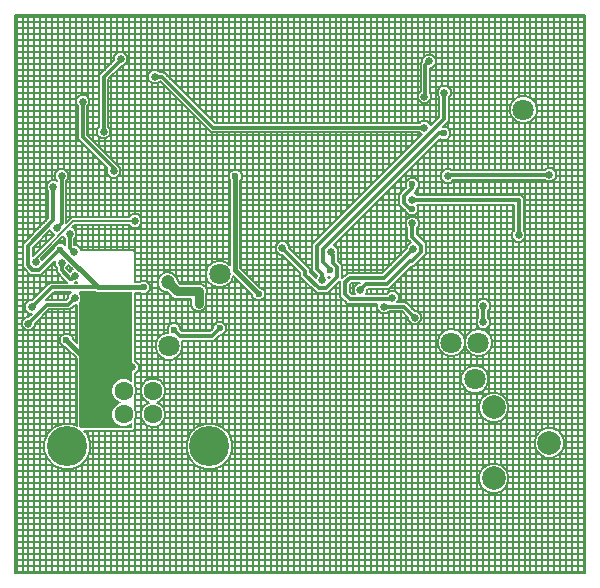
<source format=gbr>
G04 EAGLE Gerber RS-274X export*
G75*
%MOMM*%
%FSLAX34Y34*%
%LPD*%
%INBottom Copper*%
%IPPOS*%
%AMOC8*
5,1,8,0,0,1.08239X$1,22.5*%
G01*
%ADD10C,3.400000*%
%ADD11C,1.600000*%
%ADD12C,2.000000*%
%ADD13C,1.800000*%
%ADD14C,0.650000*%
%ADD15C,0.355000*%
%ADD16C,0.600000*%
%ADD17C,0.380000*%
%ADD18C,0.400000*%
%ADD19C,0.330000*%
%ADD20C,0.370000*%
%ADD21C,0.300000*%
%ADD22C,0.350000*%
%ADD23C,1.200000*%
%ADD24C,0.800000*%
%ADD25C,0.160000*%
%ADD26C,0.320000*%

G36*
X102005Y126202D02*
X102005Y126202D01*
X102010Y126201D01*
X102130Y126222D01*
X102249Y126241D01*
X102253Y126243D01*
X102259Y126244D01*
X102366Y126301D01*
X102473Y126356D01*
X102477Y126359D01*
X102481Y126362D01*
X102564Y126448D01*
X102650Y126535D01*
X102653Y126540D01*
X102656Y126544D01*
X102708Y126652D01*
X102763Y126761D01*
X102763Y126766D01*
X102766Y126771D01*
X102799Y127000D01*
X102799Y129892D01*
X102789Y129957D01*
X102788Y130023D01*
X102769Y130081D01*
X102760Y130141D01*
X102729Y130200D01*
X102708Y130262D01*
X102672Y130311D01*
X102644Y130365D01*
X102597Y130412D01*
X102558Y130465D01*
X102508Y130500D01*
X102465Y130542D01*
X102406Y130572D01*
X102352Y130610D01*
X102294Y130628D01*
X102239Y130655D01*
X102174Y130664D01*
X102111Y130684D01*
X102050Y130683D01*
X101990Y130691D01*
X101925Y130680D01*
X101859Y130679D01*
X101802Y130659D01*
X101741Y130649D01*
X101683Y130618D01*
X101621Y130596D01*
X101568Y130557D01*
X101519Y130530D01*
X101483Y130493D01*
X101435Y130457D01*
X100938Y129961D01*
X97410Y128499D01*
X93590Y128499D01*
X90062Y129961D01*
X87361Y132662D01*
X85899Y136190D01*
X85899Y140010D01*
X87361Y143538D01*
X90062Y146239D01*
X92772Y147362D01*
X92828Y147396D01*
X92889Y147422D01*
X92934Y147462D01*
X92986Y147494D01*
X93029Y147544D01*
X93079Y147587D01*
X93110Y147639D01*
X93149Y147686D01*
X93174Y147747D01*
X93208Y147804D01*
X93221Y147863D01*
X93244Y147919D01*
X93249Y147985D01*
X93263Y148049D01*
X93258Y148110D01*
X93262Y148171D01*
X93246Y148235D01*
X93239Y148300D01*
X93215Y148356D01*
X93200Y148415D01*
X93165Y148471D01*
X93139Y148531D01*
X93098Y148577D01*
X93065Y148628D01*
X93015Y148670D01*
X92971Y148719D01*
X92914Y148753D01*
X92871Y148789D01*
X92823Y148808D01*
X92772Y148838D01*
X90062Y149961D01*
X87361Y152662D01*
X85899Y156190D01*
X85899Y160010D01*
X87361Y163538D01*
X90062Y166239D01*
X93590Y167701D01*
X97410Y167701D01*
X100938Y166239D01*
X101435Y165743D01*
X101488Y165704D01*
X101535Y165658D01*
X101590Y165630D01*
X101639Y165595D01*
X101702Y165575D01*
X101761Y165545D01*
X101821Y165536D01*
X101879Y165518D01*
X101945Y165518D01*
X102010Y165509D01*
X102070Y165519D01*
X102131Y165519D01*
X102194Y165540D01*
X102259Y165551D01*
X102312Y165580D01*
X102370Y165599D01*
X102423Y165639D01*
X102481Y165670D01*
X102523Y165713D01*
X102572Y165750D01*
X102610Y165804D01*
X102656Y165851D01*
X102682Y165906D01*
X102718Y165956D01*
X102737Y166019D01*
X102766Y166078D01*
X102775Y166144D01*
X102792Y166197D01*
X102791Y166248D01*
X102799Y166308D01*
X102799Y241200D01*
X102798Y241205D01*
X102799Y241210D01*
X102778Y241330D01*
X102760Y241449D01*
X102757Y241453D01*
X102756Y241459D01*
X102699Y241566D01*
X102644Y241673D01*
X102641Y241677D01*
X102638Y241681D01*
X102552Y241764D01*
X102465Y241850D01*
X102460Y241853D01*
X102457Y241856D01*
X102348Y241908D01*
X102239Y241963D01*
X102234Y241963D01*
X102230Y241966D01*
X102000Y241999D01*
X72609Y241999D01*
X72593Y242015D01*
X72535Y242057D01*
X72484Y242106D01*
X72434Y242130D01*
X72388Y242163D01*
X72321Y242185D01*
X72257Y242216D01*
X72197Y242224D01*
X72148Y242240D01*
X72093Y242240D01*
X72027Y242249D01*
X59000Y242249D01*
X58995Y242248D01*
X58990Y242249D01*
X58870Y242228D01*
X58751Y242210D01*
X58747Y242207D01*
X58741Y242206D01*
X58634Y242149D01*
X58527Y242094D01*
X58523Y242091D01*
X58519Y242088D01*
X58436Y242002D01*
X58350Y241915D01*
X58347Y241910D01*
X58344Y241907D01*
X58292Y241798D01*
X58237Y241689D01*
X58237Y241684D01*
X58234Y241680D01*
X58201Y241450D01*
X58201Y239565D01*
X58212Y239495D01*
X58213Y239424D01*
X58232Y239372D01*
X58241Y239316D01*
X58273Y239253D01*
X58296Y239186D01*
X58332Y239138D01*
X58356Y239092D01*
X58395Y239053D01*
X58435Y239000D01*
X58851Y238584D01*
X58851Y234566D01*
X58435Y234150D01*
X58393Y234092D01*
X58344Y234041D01*
X58320Y233991D01*
X58287Y233946D01*
X58265Y233878D01*
X58234Y233814D01*
X58226Y233755D01*
X58210Y233706D01*
X58210Y233650D01*
X58201Y233585D01*
X58201Y127236D01*
X58212Y127166D01*
X58213Y127095D01*
X58232Y127042D01*
X58241Y126987D01*
X58273Y126924D01*
X58296Y126857D01*
X58332Y126808D01*
X58356Y126763D01*
X58395Y126723D01*
X58435Y126671D01*
X58671Y126435D01*
X58728Y126393D01*
X58779Y126344D01*
X58829Y126320D01*
X58875Y126287D01*
X58942Y126265D01*
X59006Y126234D01*
X59066Y126226D01*
X59115Y126210D01*
X59170Y126210D01*
X59236Y126201D01*
X102000Y126201D01*
X102005Y126202D01*
G37*
D10*
X47800Y111000D03*
X168200Y111000D03*
D11*
X95500Y138100D03*
X120500Y138100D03*
X95500Y158100D03*
X120500Y158100D03*
D12*
X456000Y114000D03*
X409000Y144000D03*
X409000Y84000D03*
D13*
X393000Y168000D03*
X396000Y199000D03*
X373000Y199000D03*
X434000Y396000D03*
X134000Y196000D03*
X177000Y257000D03*
D14*
X370000Y340000D03*
D15*
X371000Y341000D02*
X456000Y341000D01*
X371000Y341000D02*
X370000Y340000D01*
D14*
X456000Y341000D03*
D16*
X339750Y312150D03*
D17*
X340000Y332900D02*
X339900Y333000D01*
D16*
X339900Y333000D03*
D17*
X340000Y332900D02*
X340000Y329546D01*
X333250Y322796D01*
X338650Y313250D02*
X339750Y312150D01*
X338650Y313250D02*
X337204Y313250D01*
X333250Y317204D01*
X333250Y322796D01*
D14*
X340000Y320000D03*
D15*
X430000Y320000D01*
X430000Y290000D01*
D14*
X430000Y290000D03*
X340887Y278267D03*
X323000Y237050D03*
D17*
X287098Y253805D02*
X283290Y249997D01*
X283290Y239650D02*
X286891Y236050D01*
X283290Y239650D02*
X283290Y249997D01*
X287098Y253805D02*
X316424Y253805D01*
X340887Y278267D01*
X323000Y237050D02*
X322000Y236050D01*
X286891Y236050D01*
D16*
X210000Y240000D03*
X190000Y340000D03*
D18*
X190000Y260000D02*
X210000Y240000D01*
X190000Y260000D02*
X190000Y340000D01*
D14*
X230000Y278975D03*
D17*
X261054Y244950D02*
X266646Y244950D01*
X276500Y262692D02*
X273000Y266192D01*
X249450Y259525D02*
X249450Y256554D01*
X261054Y244950D01*
X266646Y244950D02*
X276500Y254804D01*
X276500Y262692D01*
X249450Y259525D02*
X230000Y278975D01*
X272395Y273605D02*
X273000Y273000D01*
X272395Y274605D02*
X271395Y275605D01*
X272395Y274605D02*
X272395Y273605D01*
D14*
X271395Y275605D03*
D17*
X273000Y273000D02*
X273000Y266192D01*
D14*
X400000Y216250D03*
X400000Y230000D03*
D17*
X400000Y216250D01*
D14*
X316000Y229300D03*
X342000Y220000D03*
D19*
X332700Y229300D02*
X316000Y229300D01*
X332700Y229300D02*
X342000Y220000D01*
D14*
X340000Y300000D03*
X296000Y243700D03*
D17*
X347637Y275471D02*
X347637Y281063D01*
X340000Y288701D01*
X347637Y275471D02*
X340000Y267834D01*
X318661Y248404D02*
X300704Y248404D01*
X338091Y267834D02*
X340000Y267834D01*
X338091Y267834D02*
X318661Y248404D01*
D20*
X340000Y288701D02*
X340000Y300000D01*
D15*
X300704Y248404D02*
X296000Y243700D01*
D16*
X270000Y260000D03*
X366900Y376100D03*
D17*
X362344Y376100D01*
X264645Y278401D01*
X270000Y261556D02*
X270000Y260000D01*
X264645Y266911D02*
X264645Y278401D01*
X264645Y266911D02*
X270000Y261556D01*
D14*
X263850Y251700D03*
X367000Y410600D03*
D17*
X367000Y388393D01*
X259245Y280638D01*
X263850Y256958D02*
X263850Y251700D01*
X259245Y261562D02*
X259245Y280638D01*
X259245Y261562D02*
X263850Y256958D01*
D14*
X354000Y437000D03*
D21*
X351000Y434000D01*
X351000Y408000D01*
X350227Y407227D01*
D14*
X350227Y407227D03*
X53487Y275900D03*
D21*
X50000Y279387D01*
D14*
X50000Y291000D03*
X78561Y377439D03*
D21*
X78561Y423561D01*
X93000Y438000D02*
X93000Y439000D01*
D14*
X93000Y439000D03*
D21*
X50000Y291000D02*
X50000Y279387D01*
X78561Y423561D02*
X93000Y438000D01*
D14*
X350031Y380969D03*
D21*
X171031Y380969D01*
X128000Y424000D01*
X122000Y424000D01*
D14*
X122000Y424000D03*
D16*
X42100Y277600D03*
X112413Y245600D03*
D18*
X74100Y245600D01*
X42100Y277600D01*
D14*
X18000Y229000D03*
D22*
X34600Y245600D01*
X74100Y245600D01*
X23734Y260400D02*
X18266Y260400D01*
X14400Y264266D01*
X40934Y277600D02*
X42100Y277600D01*
X36000Y302324D02*
X36000Y331000D01*
X40934Y277600D02*
X23734Y260400D01*
X14400Y264266D02*
X14400Y280724D01*
X36000Y302324D01*
D14*
X36000Y331000D03*
D16*
X177000Y211000D03*
D15*
X170300Y204300D01*
X143700Y204300D01*
X138225Y209775D01*
X138225Y209875D01*
D16*
X138225Y209875D03*
X47000Y201000D03*
D14*
X103000Y178000D03*
D18*
X70000Y178000D01*
X47000Y201000D01*
D23*
X133000Y250000D03*
D24*
X140500Y242500D01*
X159500Y242500D01*
D14*
X159000Y232000D03*
D24*
X159000Y242000D01*
X159500Y242500D01*
D25*
X50885Y241450D02*
X36319Y241450D01*
X48350Y238915D02*
X50885Y241450D01*
X48350Y238915D02*
X48350Y236582D01*
X46768Y235000D01*
X29869Y235000D01*
X36319Y241450D01*
X287590Y241431D02*
X287590Y248216D01*
X288879Y249505D01*
X295900Y249505D01*
X295746Y249350D01*
X293660Y249350D01*
X290350Y246040D01*
X290350Y241360D01*
X291360Y240350D01*
X288672Y240350D01*
X287590Y241431D01*
X270215Y254600D02*
X269500Y253885D01*
X269500Y254040D01*
X268940Y254600D01*
X270215Y254600D01*
X46100Y286910D02*
X44350Y288660D01*
X46100Y286910D02*
X46100Y281237D01*
X44337Y283000D01*
X39863Y283000D01*
X36700Y279837D01*
X36700Y279235D01*
X26650Y269185D01*
X26650Y269340D01*
X25758Y270232D01*
X44350Y288825D01*
X44350Y288660D01*
X19675Y273200D02*
X19125Y272650D01*
X18660Y272650D01*
X18550Y272540D01*
X18550Y279005D01*
X33450Y293905D01*
X33450Y293750D01*
X36760Y290440D01*
X36915Y290440D01*
X19675Y273200D01*
X54407Y249750D02*
X55800Y249750D01*
X54513Y249856D02*
X54407Y249750D01*
X54513Y249856D02*
X55800Y249856D01*
X55800Y249750D01*
X46974Y261983D02*
X48624Y263633D01*
X48624Y264854D01*
X52321Y261156D01*
X52166Y261156D01*
X49833Y258824D01*
X46974Y261683D01*
X46974Y261983D01*
X3800Y3800D02*
X486200Y3800D01*
X3800Y3800D02*
X3800Y476200D01*
X486200Y476200D01*
X486200Y3800D01*
X66650Y400660D02*
X66650Y405340D01*
X63340Y408650D01*
X58660Y408650D01*
X55350Y405340D01*
X55350Y400660D01*
X57100Y398910D01*
X57100Y371385D01*
X81747Y346737D01*
X81350Y346340D01*
X81350Y341660D01*
X84660Y338350D01*
X89340Y338350D01*
X92650Y341660D01*
X92650Y346340D01*
X90900Y348090D01*
X90900Y348615D01*
X64900Y374615D01*
X64900Y398910D01*
X66650Y400660D01*
X48650Y342340D02*
X48650Y337660D01*
X48650Y342340D02*
X45340Y345650D01*
X40660Y345650D01*
X37350Y342340D01*
X37350Y337660D01*
X39000Y336010D01*
X39000Y335990D01*
X38340Y336650D01*
X33660Y336650D01*
X30350Y333340D01*
X30350Y328660D01*
X31850Y327160D01*
X31850Y304043D01*
X10250Y282443D01*
X10250Y262547D01*
X12681Y260116D01*
X16547Y256250D01*
X25453Y256250D01*
X37324Y268121D01*
X37324Y263633D01*
X38974Y261983D01*
X38974Y258370D01*
X46000Y251343D01*
X47593Y249750D01*
X32881Y249750D01*
X30450Y247319D01*
X17781Y234650D01*
X15660Y234650D01*
X12350Y231340D01*
X12350Y226660D01*
X15660Y223350D01*
X17693Y223350D01*
X14993Y220650D01*
X12660Y220650D01*
X9350Y217340D01*
X9350Y212660D01*
X12660Y209350D01*
X17340Y209350D01*
X20650Y212660D01*
X20650Y214993D01*
X32657Y227000D01*
X50082Y227000D01*
X52425Y229343D01*
X54007Y230925D01*
X55800Y230925D01*
X55800Y198422D01*
X52400Y201823D01*
X52400Y203237D01*
X49237Y206400D01*
X44763Y206400D01*
X41600Y203237D01*
X41600Y198763D01*
X44763Y195600D01*
X46177Y195600D01*
X55800Y185977D01*
X55800Y128685D01*
X51659Y130400D01*
X43941Y130400D01*
X36811Y127447D01*
X31353Y121989D01*
X28400Y114859D01*
X28400Y107141D01*
X31353Y100011D01*
X36811Y94553D01*
X43941Y91600D01*
X51659Y91600D01*
X58789Y94553D01*
X64247Y100011D01*
X67200Y107141D01*
X67200Y114859D01*
X64247Y121989D01*
X62436Y123800D01*
X103325Y123800D01*
X105200Y125675D01*
X105200Y134341D01*
X105900Y136031D01*
X105900Y140169D01*
X105200Y141859D01*
X105200Y154341D01*
X105900Y156031D01*
X105900Y160169D01*
X105200Y161859D01*
X105200Y172350D01*
X105340Y172350D01*
X108650Y175660D01*
X108650Y180340D01*
X105340Y183650D01*
X105200Y183650D01*
X105200Y241200D01*
X109176Y241200D01*
X110176Y240200D01*
X114650Y240200D01*
X117813Y243363D01*
X117813Y247837D01*
X114650Y251000D01*
X110176Y251000D01*
X109176Y250000D01*
X105200Y250000D01*
X105200Y275325D01*
X103325Y277200D01*
X59137Y277200D01*
X59137Y278240D01*
X55828Y281550D01*
X53900Y281550D01*
X53900Y286910D01*
X55650Y288660D01*
X55650Y293340D01*
X52340Y296650D01*
X52175Y296650D01*
X54325Y298800D01*
X100210Y298800D01*
X102660Y296350D01*
X107340Y296350D01*
X110650Y299660D01*
X110650Y304340D01*
X107340Y307650D01*
X102660Y307650D01*
X100210Y305200D01*
X51675Y305200D01*
X47000Y300525D01*
X47000Y336010D01*
X48650Y337660D01*
X140121Y254758D02*
X141400Y251671D01*
X140121Y254758D02*
X137758Y257121D01*
X134671Y258400D01*
X131329Y258400D01*
X128242Y257121D01*
X125879Y254758D01*
X124600Y251671D01*
X124600Y248329D01*
X125879Y245242D01*
X128242Y242879D01*
X131329Y241600D01*
X132349Y241600D01*
X135074Y238875D01*
X136875Y237074D01*
X139227Y236100D01*
X152600Y236100D01*
X152600Y230727D01*
X153574Y228375D01*
X155375Y226574D01*
X157727Y225600D01*
X160273Y225600D01*
X162625Y226574D01*
X164426Y228375D01*
X165400Y230727D01*
X165400Y240020D01*
X165900Y241227D01*
X165900Y243773D01*
X164926Y246125D01*
X163125Y247926D01*
X160773Y248900D01*
X143151Y248900D01*
X141400Y250651D01*
X141400Y251671D01*
X359650Y434660D02*
X359650Y439340D01*
X356340Y442650D01*
X351660Y442650D01*
X348350Y439340D01*
X348350Y436865D01*
X347100Y435615D01*
X347100Y412090D01*
X344577Y409567D01*
X344577Y404887D01*
X347887Y401577D01*
X352567Y401577D01*
X355877Y404887D01*
X355877Y409567D01*
X354900Y410544D01*
X354900Y431350D01*
X356340Y431350D01*
X359650Y434660D01*
X215400Y242237D02*
X215400Y237763D01*
X215400Y242237D02*
X212237Y245400D01*
X210823Y245400D01*
X194400Y261823D01*
X194400Y336763D01*
X195400Y337763D01*
X195400Y342237D01*
X192237Y345400D01*
X187763Y345400D01*
X184600Y342237D01*
X184600Y337763D01*
X185600Y336763D01*
X185600Y264522D01*
X183458Y266664D01*
X179268Y268400D01*
X174732Y268400D01*
X170542Y266664D01*
X167336Y263458D01*
X165600Y259268D01*
X165600Y254732D01*
X167336Y250542D01*
X170542Y247336D01*
X174732Y245600D01*
X179268Y245600D01*
X183458Y247336D01*
X186664Y250542D01*
X188400Y254732D01*
X188400Y255378D01*
X204600Y239177D01*
X204600Y237763D01*
X207763Y234600D01*
X212237Y234600D01*
X215400Y237763D01*
X187600Y114859D02*
X187600Y107141D01*
X187600Y114859D02*
X184647Y121989D01*
X179189Y127447D01*
X172059Y130400D01*
X164341Y130400D01*
X157211Y127447D01*
X151753Y121989D01*
X148800Y114859D01*
X148800Y107141D01*
X151753Y100011D01*
X157211Y94553D01*
X164341Y91600D01*
X172059Y91600D01*
X179189Y94553D01*
X184647Y100011D01*
X187600Y107141D01*
X130900Y136031D02*
X130900Y140169D01*
X129317Y143991D01*
X126391Y146917D01*
X123534Y148100D01*
X126391Y149283D01*
X129317Y152209D01*
X130900Y156031D01*
X130900Y160169D01*
X129317Y163991D01*
X126391Y166917D01*
X122569Y168500D01*
X118431Y168500D01*
X114609Y166917D01*
X111683Y163991D01*
X110100Y160169D01*
X110100Y156031D01*
X111683Y152209D01*
X114609Y149283D01*
X117466Y148100D01*
X114609Y146917D01*
X111683Y143991D01*
X110100Y140169D01*
X110100Y136031D01*
X111683Y132209D01*
X114609Y129283D01*
X118431Y127700D01*
X122569Y127700D01*
X126391Y129283D01*
X129317Y132209D01*
X130900Y136031D01*
X468400Y116467D02*
X468400Y111533D01*
X468400Y116467D02*
X466512Y121024D01*
X463024Y124512D01*
X458467Y126400D01*
X453533Y126400D01*
X448976Y124512D01*
X445488Y121024D01*
X443600Y116467D01*
X443600Y111533D01*
X445488Y106976D01*
X448976Y103488D01*
X453533Y101600D01*
X458467Y101600D01*
X463024Y103488D01*
X466512Y106976D01*
X468400Y111533D01*
X421400Y141533D02*
X421400Y146467D01*
X419512Y151024D01*
X416024Y154512D01*
X411467Y156400D01*
X406533Y156400D01*
X401976Y154512D01*
X398488Y151024D01*
X396600Y146467D01*
X396600Y141533D01*
X398488Y136976D01*
X401976Y133488D01*
X406533Y131600D01*
X411467Y131600D01*
X416024Y133488D01*
X419512Y136976D01*
X421400Y141533D01*
X421400Y86467D02*
X421400Y81533D01*
X421400Y86467D02*
X419512Y91024D01*
X416024Y94512D01*
X411467Y96400D01*
X406533Y96400D01*
X401976Y94512D01*
X398488Y91024D01*
X396600Y86467D01*
X396600Y81533D01*
X398488Y76976D01*
X401976Y73488D01*
X406533Y71600D01*
X411467Y71600D01*
X416024Y73488D01*
X419512Y76976D01*
X421400Y81533D01*
X404400Y165732D02*
X404400Y170268D01*
X402664Y174458D01*
X399458Y177664D01*
X395268Y179400D01*
X390732Y179400D01*
X386542Y177664D01*
X383336Y174458D01*
X381600Y170268D01*
X381600Y165732D01*
X383336Y161542D01*
X386542Y158336D01*
X390732Y156600D01*
X395268Y156600D01*
X399458Y158336D01*
X402664Y161542D01*
X404400Y165732D01*
X407400Y196732D02*
X407400Y201268D01*
X405664Y205458D01*
X402458Y208664D01*
X398268Y210400D01*
X393732Y210400D01*
X389542Y208664D01*
X386336Y205458D01*
X384600Y201268D01*
X384600Y196732D01*
X386336Y192542D01*
X389542Y189336D01*
X393732Y187600D01*
X398268Y187600D01*
X402458Y189336D01*
X405664Y192542D01*
X407400Y196732D01*
X384400Y196732D02*
X384400Y201268D01*
X382664Y205458D01*
X379458Y208664D01*
X375268Y210400D01*
X370732Y210400D01*
X366542Y208664D01*
X363336Y205458D01*
X361600Y201268D01*
X361600Y196732D01*
X363336Y192542D01*
X366542Y189336D01*
X370732Y187600D01*
X375268Y187600D01*
X379458Y189336D01*
X382664Y192542D01*
X384400Y196732D01*
X445400Y393732D02*
X445400Y398268D01*
X443664Y402458D01*
X440458Y405664D01*
X436268Y407400D01*
X431732Y407400D01*
X427542Y405664D01*
X424336Y402458D01*
X422600Y398268D01*
X422600Y393732D01*
X424336Y389542D01*
X427542Y386336D01*
X431732Y384600D01*
X436268Y384600D01*
X440458Y386336D01*
X443664Y389542D01*
X445400Y393732D01*
X145400Y198268D02*
X145400Y193732D01*
X145400Y198268D02*
X144631Y200125D01*
X172029Y200125D01*
X174475Y202571D01*
X177504Y205600D01*
X179237Y205600D01*
X182400Y208763D01*
X182400Y213237D01*
X179237Y216400D01*
X174763Y216400D01*
X171600Y213237D01*
X171600Y211504D01*
X168571Y208475D01*
X145429Y208475D01*
X143625Y210279D01*
X143625Y212112D01*
X140462Y215275D01*
X135988Y215275D01*
X132825Y212112D01*
X132825Y207638D01*
X133063Y207400D01*
X131732Y207400D01*
X127542Y205664D01*
X124336Y202458D01*
X122600Y198268D01*
X122600Y193732D01*
X124336Y189542D01*
X127542Y186336D01*
X131732Y184600D01*
X136268Y184600D01*
X140458Y186336D01*
X143664Y189542D01*
X145400Y193732D01*
X367660Y345650D02*
X372340Y345650D01*
X367660Y345650D02*
X364350Y342340D01*
X364350Y337660D01*
X367660Y334350D01*
X372340Y334350D01*
X374815Y336825D01*
X452185Y336825D01*
X453660Y335350D01*
X458340Y335350D01*
X461650Y338660D01*
X461650Y343340D01*
X458340Y346650D01*
X453660Y346650D01*
X452185Y345175D01*
X372815Y345175D01*
X372340Y345650D01*
X345300Y335237D02*
X345300Y330763D01*
X345300Y335237D02*
X342137Y338400D01*
X337663Y338400D01*
X334500Y335237D01*
X334500Y330763D01*
X334818Y330445D01*
X331469Y327096D01*
X328950Y324577D01*
X328950Y315423D01*
X331469Y312904D01*
X334350Y310023D01*
X334350Y309913D01*
X337513Y306750D01*
X341987Y306750D01*
X345150Y309913D01*
X345150Y314387D01*
X343763Y315773D01*
X343815Y315825D01*
X425825Y315825D01*
X425825Y293815D01*
X424350Y292340D01*
X424350Y287660D01*
X427660Y284350D01*
X432340Y284350D01*
X435650Y287660D01*
X435650Y292340D01*
X434175Y293815D01*
X434175Y321729D01*
X431729Y324175D01*
X343815Y324175D01*
X342340Y325650D01*
X342185Y325650D01*
X344300Y327765D01*
X344300Y329763D01*
X345300Y330763D01*
X349418Y271171D02*
X349418Y271171D01*
X351937Y273690D01*
X351937Y282844D01*
X344250Y290532D01*
X344250Y296260D01*
X345650Y297660D01*
X345650Y302340D01*
X342340Y305650D01*
X337660Y305650D01*
X334350Y302340D01*
X334350Y297660D01*
X335750Y296260D01*
X335750Y290532D01*
X335700Y290482D01*
X335700Y286919D01*
X338702Y283917D01*
X338547Y283917D01*
X335237Y280608D01*
X335237Y278698D01*
X314643Y258104D01*
X285317Y258104D01*
X282798Y255586D01*
X282798Y255586D01*
X281509Y254297D01*
X281509Y254297D01*
X280800Y253588D01*
X280800Y264474D01*
X278281Y266992D01*
X277300Y267974D01*
X277300Y274781D01*
X277045Y275036D01*
X277045Y277945D01*
X273735Y281255D01*
X273580Y281255D01*
X363844Y371519D01*
X364663Y370700D01*
X369137Y370700D01*
X372300Y373863D01*
X372300Y378337D01*
X369137Y381500D01*
X366188Y381500D01*
X371300Y386611D01*
X371300Y406910D01*
X372650Y408260D01*
X372650Y412940D01*
X369340Y416250D01*
X364660Y416250D01*
X361350Y412940D01*
X361350Y408260D01*
X362700Y406910D01*
X362700Y390174D01*
X355681Y383154D01*
X355681Y383310D01*
X352371Y386619D01*
X347690Y386619D01*
X345940Y384869D01*
X172646Y384869D01*
X131900Y425615D01*
X131900Y425615D01*
X129615Y427900D01*
X126090Y427900D01*
X124340Y429650D01*
X119660Y429650D01*
X116350Y426340D01*
X116350Y421660D01*
X119660Y418350D01*
X124340Y418350D01*
X126090Y420100D01*
X126385Y420100D01*
X167131Y379354D01*
X167131Y379354D01*
X169415Y377069D01*
X345940Y377069D01*
X347690Y375319D01*
X347846Y375319D01*
X257464Y284938D01*
X254945Y282419D01*
X254945Y259781D01*
X259443Y255283D01*
X258200Y254040D01*
X258200Y253885D01*
X253750Y258335D01*
X253750Y261306D01*
X235650Y279406D01*
X235650Y281315D01*
X232340Y284625D01*
X227660Y284625D01*
X224350Y281315D01*
X224350Y276635D01*
X227660Y273325D01*
X229569Y273325D01*
X245150Y257744D01*
X245150Y254773D01*
X259273Y240650D01*
X268427Y240650D01*
X278281Y250504D01*
X278990Y251213D01*
X278990Y237869D01*
X281509Y235350D01*
X282591Y234269D01*
X282591Y234269D01*
X285109Y231750D01*
X310460Y231750D01*
X310350Y231640D01*
X310350Y226960D01*
X313660Y223650D01*
X318340Y223650D01*
X319940Y225250D01*
X331022Y225250D01*
X336350Y219922D01*
X336350Y217660D01*
X339660Y214350D01*
X344340Y214350D01*
X347650Y217660D01*
X347650Y222340D01*
X344340Y225650D01*
X342078Y225650D01*
X334378Y233350D01*
X327290Y233350D01*
X328650Y234710D01*
X328650Y239390D01*
X325340Y242700D01*
X320660Y242700D01*
X318310Y240350D01*
X300640Y240350D01*
X301650Y241360D01*
X301650Y243446D01*
X302309Y244104D01*
X320442Y244104D01*
X339872Y263534D01*
X341781Y263534D01*
X344300Y266053D01*
X344300Y266053D01*
X349418Y271171D01*
X405650Y232340D02*
X405650Y227660D01*
X405650Y232340D02*
X402340Y235650D01*
X397660Y235650D01*
X394350Y232340D01*
X394350Y227660D01*
X395700Y226310D01*
X395700Y219940D01*
X394350Y218590D01*
X394350Y213910D01*
X397660Y210600D01*
X402340Y210600D01*
X405650Y213910D01*
X405650Y218590D01*
X404300Y219940D01*
X404300Y226310D01*
X405650Y227660D01*
X84211Y375099D02*
X84211Y379779D01*
X82461Y381529D01*
X82461Y421945D01*
X93865Y433350D01*
X95340Y433350D01*
X98650Y436660D01*
X98650Y441340D01*
X95340Y444650D01*
X90660Y444650D01*
X87350Y441340D01*
X87350Y437865D01*
X74661Y425176D01*
X74661Y381529D01*
X72911Y379779D01*
X72911Y375099D01*
X76221Y371789D01*
X80901Y371789D01*
X84211Y375099D01*
X3800Y5000D02*
X486200Y5000D01*
X486200Y10000D02*
X3800Y10000D01*
X3800Y15000D02*
X486200Y15000D01*
X486200Y20000D02*
X3800Y20000D01*
X3800Y25000D02*
X486200Y25000D01*
X486200Y30000D02*
X3800Y30000D01*
X3800Y35000D02*
X486200Y35000D01*
X486200Y40000D02*
X3800Y40000D01*
X3800Y45000D02*
X486200Y45000D01*
X486200Y50000D02*
X3800Y50000D01*
X3800Y55000D02*
X486200Y55000D01*
X486200Y60000D02*
X3800Y60000D01*
X3800Y65000D02*
X486200Y65000D01*
X486200Y70000D02*
X3800Y70000D01*
X3800Y75000D02*
X400464Y75000D01*
X417536Y75000D02*
X486200Y75000D01*
X397235Y80000D02*
X3800Y80000D01*
X420765Y80000D02*
X486200Y80000D01*
X396600Y85000D02*
X3800Y85000D01*
X421400Y85000D02*
X486200Y85000D01*
X398064Y90000D02*
X3800Y90000D01*
X419936Y90000D02*
X486200Y90000D01*
X36364Y95000D02*
X3800Y95000D01*
X59236Y95000D02*
X156764Y95000D01*
X179636Y95000D02*
X403154Y95000D01*
X414846Y95000D02*
X486200Y95000D01*
X31364Y100000D02*
X3800Y100000D01*
X64236Y100000D02*
X151764Y100000D01*
X184636Y100000D02*
X486200Y100000D01*
X29287Y105000D02*
X3800Y105000D01*
X66313Y105000D02*
X149687Y105000D01*
X186713Y105000D02*
X447464Y105000D01*
X464536Y105000D02*
X486200Y105000D01*
X28400Y110000D02*
X3800Y110000D01*
X67200Y110000D02*
X148800Y110000D01*
X187600Y110000D02*
X444235Y110000D01*
X467765Y110000D02*
X486200Y110000D01*
X28458Y115000D02*
X3800Y115000D01*
X67142Y115000D02*
X148858Y115000D01*
X187542Y115000D02*
X443600Y115000D01*
X468400Y115000D02*
X486200Y115000D01*
X30530Y120000D02*
X3800Y120000D01*
X65070Y120000D02*
X150930Y120000D01*
X185470Y120000D02*
X445064Y120000D01*
X466936Y120000D02*
X486200Y120000D01*
X34364Y125000D02*
X3800Y125000D01*
X104525Y125000D02*
X154764Y125000D01*
X181636Y125000D02*
X450154Y125000D01*
X461846Y125000D02*
X486200Y125000D01*
X42975Y130000D02*
X3800Y130000D01*
X52625Y130000D02*
X55800Y130000D01*
X105200Y130000D02*
X113892Y130000D01*
X127108Y130000D02*
X163375Y130000D01*
X173025Y130000D02*
X486200Y130000D01*
X55800Y135000D02*
X3800Y135000D01*
X105473Y135000D02*
X110527Y135000D01*
X130473Y135000D02*
X400464Y135000D01*
X417536Y135000D02*
X486200Y135000D01*
X55800Y140000D02*
X3800Y140000D01*
X105900Y140000D02*
X110100Y140000D01*
X130900Y140000D02*
X397235Y140000D01*
X420765Y140000D02*
X486200Y140000D01*
X55800Y145000D02*
X3800Y145000D01*
X105200Y145000D02*
X112692Y145000D01*
X128308Y145000D02*
X396600Y145000D01*
X421400Y145000D02*
X486200Y145000D01*
X55800Y150000D02*
X3800Y150000D01*
X105200Y150000D02*
X113892Y150000D01*
X127108Y150000D02*
X398064Y150000D01*
X419936Y150000D02*
X486200Y150000D01*
X55800Y155000D02*
X3800Y155000D01*
X105473Y155000D02*
X110527Y155000D01*
X130473Y155000D02*
X403154Y155000D01*
X414846Y155000D02*
X486200Y155000D01*
X55800Y160000D02*
X3800Y160000D01*
X105900Y160000D02*
X110100Y160000D01*
X130900Y160000D02*
X384878Y160000D01*
X401122Y160000D02*
X486200Y160000D01*
X55800Y165000D02*
X3800Y165000D01*
X105200Y165000D02*
X112692Y165000D01*
X128308Y165000D02*
X381903Y165000D01*
X404097Y165000D02*
X486200Y165000D01*
X55800Y170000D02*
X3800Y170000D01*
X105200Y170000D02*
X381600Y170000D01*
X404400Y170000D02*
X486200Y170000D01*
X55800Y175000D02*
X3800Y175000D01*
X107990Y175000D02*
X383878Y175000D01*
X402122Y175000D02*
X486200Y175000D01*
X55800Y180000D02*
X3800Y180000D01*
X108650Y180000D02*
X486200Y180000D01*
X55800Y185000D02*
X3800Y185000D01*
X105200Y185000D02*
X130767Y185000D01*
X137233Y185000D02*
X486200Y185000D01*
X51777Y190000D02*
X3800Y190000D01*
X105200Y190000D02*
X124146Y190000D01*
X143854Y190000D02*
X365878Y190000D01*
X380122Y190000D02*
X388878Y190000D01*
X403122Y190000D02*
X486200Y190000D01*
X46777Y195000D02*
X3800Y195000D01*
X105200Y195000D02*
X122600Y195000D01*
X145400Y195000D02*
X362318Y195000D01*
X383682Y195000D02*
X385318Y195000D01*
X406682Y195000D02*
X486200Y195000D01*
X41600Y200000D02*
X3800Y200000D01*
X54223Y200000D02*
X55800Y200000D01*
X105200Y200000D02*
X123318Y200000D01*
X144682Y200000D02*
X361600Y200000D01*
X384400Y200000D02*
X384600Y200000D01*
X407400Y200000D02*
X486200Y200000D01*
X43363Y205000D02*
X3800Y205000D01*
X50637Y205000D02*
X55800Y205000D01*
X105200Y205000D02*
X126878Y205000D01*
X176904Y205000D02*
X363146Y205000D01*
X382854Y205000D02*
X386146Y205000D01*
X405854Y205000D02*
X486200Y205000D01*
X12010Y210000D02*
X3800Y210000D01*
X17990Y210000D02*
X55800Y210000D01*
X105200Y210000D02*
X132825Y210000D01*
X143904Y210000D02*
X170096Y210000D01*
X182400Y210000D02*
X369767Y210000D01*
X376233Y210000D02*
X392767Y210000D01*
X399233Y210000D02*
X486200Y210000D01*
X9350Y215000D02*
X3800Y215000D01*
X20657Y215000D02*
X55800Y215000D01*
X105200Y215000D02*
X135713Y215000D01*
X140737Y215000D02*
X173363Y215000D01*
X180637Y215000D02*
X339010Y215000D01*
X344990Y215000D02*
X394350Y215000D01*
X405650Y215000D02*
X486200Y215000D01*
X12010Y220000D02*
X3800Y220000D01*
X25657Y220000D02*
X55800Y220000D01*
X105200Y220000D02*
X336272Y220000D01*
X347650Y220000D02*
X395700Y220000D01*
X404300Y220000D02*
X486200Y220000D01*
X14010Y225000D02*
X3800Y225000D01*
X30657Y225000D02*
X55800Y225000D01*
X105200Y225000D02*
X312310Y225000D01*
X319690Y225000D02*
X331272Y225000D01*
X344990Y225000D02*
X395700Y225000D01*
X404300Y225000D02*
X486200Y225000D01*
X12350Y230000D02*
X3800Y230000D01*
X53082Y230000D02*
X55800Y230000D01*
X105200Y230000D02*
X152901Y230000D01*
X165099Y230000D02*
X310350Y230000D01*
X337728Y230000D02*
X394350Y230000D01*
X405650Y230000D02*
X486200Y230000D01*
X18131Y235000D02*
X3800Y235000D01*
X29869Y235000D02*
X46768Y235000D01*
X105200Y235000D02*
X152600Y235000D01*
X165400Y235000D02*
X207363Y235000D01*
X212637Y235000D02*
X281859Y235000D01*
X328650Y235000D02*
X397010Y235000D01*
X402990Y235000D02*
X486200Y235000D01*
X23131Y240000D02*
X3800Y240000D01*
X34869Y240000D02*
X49435Y240000D01*
X105200Y240000D02*
X133949Y240000D01*
X165400Y240000D02*
X203777Y240000D01*
X215400Y240000D02*
X278990Y240000D01*
X328040Y240000D02*
X486200Y240000D01*
X28131Y245000D02*
X3800Y245000D01*
X117813Y245000D02*
X126121Y245000D01*
X165392Y245000D02*
X198777Y245000D01*
X212637Y245000D02*
X254923Y245000D01*
X272777Y245000D02*
X278990Y245000D01*
X287590Y245000D02*
X290350Y245000D01*
X321338Y245000D02*
X486200Y245000D01*
X47343Y250000D02*
X3800Y250000D01*
X105200Y250000D02*
X109176Y250000D01*
X115650Y250000D02*
X124600Y250000D01*
X142051Y250000D02*
X167878Y250000D01*
X186122Y250000D02*
X193777Y250000D01*
X206223Y250000D02*
X249923Y250000D01*
X277777Y250000D02*
X278990Y250000D01*
X326338Y250000D02*
X486200Y250000D01*
X42343Y255000D02*
X3800Y255000D01*
X105200Y255000D02*
X126121Y255000D01*
X139879Y255000D02*
X165600Y255000D01*
X188400Y255000D02*
X188777Y255000D01*
X201223Y255000D02*
X245150Y255000D01*
X257085Y255000D02*
X259160Y255000D01*
X280800Y255000D02*
X282212Y255000D01*
X331338Y255000D02*
X486200Y255000D01*
X12797Y260000D02*
X3800Y260000D01*
X29203Y260000D02*
X38974Y260000D01*
X48657Y260000D02*
X51010Y260000D01*
X105200Y260000D02*
X165903Y260000D01*
X196223Y260000D02*
X242894Y260000D01*
X253750Y260000D02*
X254945Y260000D01*
X280800Y260000D02*
X316539Y260000D01*
X336338Y260000D02*
X486200Y260000D01*
X10250Y265000D02*
X3800Y265000D01*
X34203Y265000D02*
X37324Y265000D01*
X105200Y265000D02*
X168878Y265000D01*
X185122Y265000D02*
X185600Y265000D01*
X194400Y265000D02*
X237894Y265000D01*
X250056Y265000D02*
X254945Y265000D01*
X280274Y265000D02*
X321539Y265000D01*
X343247Y265000D02*
X486200Y265000D01*
X10250Y270000D02*
X3800Y270000D01*
X25990Y270000D02*
X27465Y270000D01*
X105200Y270000D02*
X185600Y270000D01*
X194400Y270000D02*
X232894Y270000D01*
X245056Y270000D02*
X254945Y270000D01*
X277300Y270000D02*
X326539Y270000D01*
X348247Y270000D02*
X486200Y270000D01*
X10250Y275000D02*
X3800Y275000D01*
X18550Y275000D02*
X21475Y275000D01*
X30525Y275000D02*
X32465Y275000D01*
X105200Y275000D02*
X185600Y275000D01*
X194400Y275000D02*
X225985Y275000D01*
X240056Y275000D02*
X254945Y275000D01*
X277081Y275000D02*
X331539Y275000D01*
X351937Y275000D02*
X486200Y275000D01*
X10250Y280000D02*
X3800Y280000D01*
X19545Y280000D02*
X26475Y280000D01*
X35525Y280000D02*
X36863Y280000D01*
X57378Y280000D02*
X185600Y280000D01*
X194400Y280000D02*
X224350Y280000D01*
X235650Y280000D02*
X254945Y280000D01*
X274990Y280000D02*
X335237Y280000D01*
X351937Y280000D02*
X486200Y280000D01*
X12807Y285000D02*
X3800Y285000D01*
X24545Y285000D02*
X31475Y285000D01*
X40525Y285000D02*
X46100Y285000D01*
X53900Y285000D02*
X185600Y285000D01*
X194400Y285000D02*
X257526Y285000D01*
X277325Y285000D02*
X337619Y285000D01*
X349782Y285000D02*
X427010Y285000D01*
X432990Y285000D02*
X486200Y285000D01*
X17807Y290000D02*
X3800Y290000D01*
X29545Y290000D02*
X36475Y290000D01*
X55650Y290000D02*
X185600Y290000D01*
X194400Y290000D02*
X262526Y290000D01*
X282325Y290000D02*
X335700Y290000D01*
X344782Y290000D02*
X424350Y290000D01*
X435650Y290000D02*
X486200Y290000D01*
X22807Y295000D02*
X3800Y295000D01*
X53990Y295000D02*
X185600Y295000D01*
X194400Y295000D02*
X267526Y295000D01*
X287325Y295000D02*
X335750Y295000D01*
X344250Y295000D02*
X425825Y295000D01*
X434175Y295000D02*
X486200Y295000D01*
X27807Y300000D02*
X3800Y300000D01*
X110650Y300000D02*
X185600Y300000D01*
X194400Y300000D02*
X272526Y300000D01*
X292325Y300000D02*
X334350Y300000D01*
X345650Y300000D02*
X425825Y300000D01*
X434175Y300000D02*
X486200Y300000D01*
X31850Y305000D02*
X3800Y305000D01*
X47000Y305000D02*
X51475Y305000D01*
X109990Y305000D02*
X185600Y305000D01*
X194400Y305000D02*
X277526Y305000D01*
X297325Y305000D02*
X337010Y305000D01*
X342990Y305000D02*
X425825Y305000D01*
X434175Y305000D02*
X486200Y305000D01*
X31850Y310000D02*
X3800Y310000D01*
X47000Y310000D02*
X185600Y310000D01*
X194400Y310000D02*
X282526Y310000D01*
X302325Y310000D02*
X334350Y310000D01*
X345150Y310000D02*
X425825Y310000D01*
X434175Y310000D02*
X486200Y310000D01*
X31850Y315000D02*
X3800Y315000D01*
X47000Y315000D02*
X185600Y315000D01*
X194400Y315000D02*
X287526Y315000D01*
X307325Y315000D02*
X329373Y315000D01*
X344537Y315000D02*
X425825Y315000D01*
X434175Y315000D02*
X486200Y315000D01*
X31850Y320000D02*
X3800Y320000D01*
X47000Y320000D02*
X185600Y320000D01*
X194400Y320000D02*
X292526Y320000D01*
X312325Y320000D02*
X328950Y320000D01*
X434175Y320000D02*
X486200Y320000D01*
X31850Y325000D02*
X3800Y325000D01*
X47000Y325000D02*
X185600Y325000D01*
X194400Y325000D02*
X297526Y325000D01*
X317325Y325000D02*
X329373Y325000D01*
X342990Y325000D02*
X486200Y325000D01*
X30350Y330000D02*
X3800Y330000D01*
X47000Y330000D02*
X185600Y330000D01*
X194400Y330000D02*
X302526Y330000D01*
X322325Y330000D02*
X334373Y330000D01*
X344537Y330000D02*
X486200Y330000D01*
X32010Y335000D02*
X3800Y335000D01*
X47000Y335000D02*
X185600Y335000D01*
X194400Y335000D02*
X307526Y335000D01*
X327325Y335000D02*
X334500Y335000D01*
X345300Y335000D02*
X367010Y335000D01*
X372990Y335000D02*
X486200Y335000D01*
X37350Y340000D02*
X3800Y340000D01*
X48650Y340000D02*
X83010Y340000D01*
X90990Y340000D02*
X184600Y340000D01*
X195400Y340000D02*
X312526Y340000D01*
X332325Y340000D02*
X364350Y340000D01*
X461650Y340000D02*
X486200Y340000D01*
X40010Y345000D02*
X3800Y345000D01*
X45990Y345000D02*
X81350Y345000D01*
X92650Y345000D02*
X187363Y345000D01*
X192637Y345000D02*
X317526Y345000D01*
X337325Y345000D02*
X367010Y345000D01*
X459990Y345000D02*
X486200Y345000D01*
X78485Y350000D02*
X3800Y350000D01*
X89515Y350000D02*
X322526Y350000D01*
X342325Y350000D02*
X486200Y350000D01*
X73485Y355000D02*
X3800Y355000D01*
X84515Y355000D02*
X327526Y355000D01*
X347325Y355000D02*
X486200Y355000D01*
X68485Y360000D02*
X3800Y360000D01*
X79515Y360000D02*
X332526Y360000D01*
X352325Y360000D02*
X486200Y360000D01*
X63485Y365000D02*
X3800Y365000D01*
X74515Y365000D02*
X337526Y365000D01*
X357325Y365000D02*
X486200Y365000D01*
X58485Y370000D02*
X3800Y370000D01*
X69515Y370000D02*
X342526Y370000D01*
X362325Y370000D02*
X486200Y370000D01*
X57100Y375000D02*
X3800Y375000D01*
X64900Y375000D02*
X73010Y375000D01*
X84112Y375000D02*
X347526Y375000D01*
X372300Y375000D02*
X486200Y375000D01*
X57100Y380000D02*
X3800Y380000D01*
X64900Y380000D02*
X73131Y380000D01*
X83990Y380000D02*
X166485Y380000D01*
X370637Y380000D02*
X486200Y380000D01*
X57100Y385000D02*
X3800Y385000D01*
X64900Y385000D02*
X74661Y385000D01*
X82461Y385000D02*
X161485Y385000D01*
X172515Y385000D02*
X346071Y385000D01*
X353990Y385000D02*
X357526Y385000D01*
X369689Y385000D02*
X430767Y385000D01*
X437233Y385000D02*
X486200Y385000D01*
X57100Y390000D02*
X3800Y390000D01*
X64900Y390000D02*
X74661Y390000D01*
X82461Y390000D02*
X156485Y390000D01*
X167515Y390000D02*
X362526Y390000D01*
X371300Y390000D02*
X424146Y390000D01*
X443854Y390000D02*
X486200Y390000D01*
X57100Y395000D02*
X3800Y395000D01*
X64900Y395000D02*
X74661Y395000D01*
X82461Y395000D02*
X151485Y395000D01*
X162515Y395000D02*
X362700Y395000D01*
X371300Y395000D02*
X422600Y395000D01*
X445400Y395000D02*
X486200Y395000D01*
X56010Y400000D02*
X3800Y400000D01*
X65990Y400000D02*
X74661Y400000D01*
X82461Y400000D02*
X146485Y400000D01*
X157515Y400000D02*
X362700Y400000D01*
X371300Y400000D02*
X423318Y400000D01*
X444682Y400000D02*
X486200Y400000D01*
X55350Y405000D02*
X3800Y405000D01*
X66650Y405000D02*
X74661Y405000D01*
X82461Y405000D02*
X141485Y405000D01*
X152515Y405000D02*
X344577Y405000D01*
X355877Y405000D02*
X362700Y405000D01*
X371300Y405000D02*
X426878Y405000D01*
X441122Y405000D02*
X486200Y405000D01*
X74661Y410000D02*
X3800Y410000D01*
X82461Y410000D02*
X136485Y410000D01*
X147515Y410000D02*
X345010Y410000D01*
X355444Y410000D02*
X361350Y410000D01*
X372650Y410000D02*
X486200Y410000D01*
X74661Y415000D02*
X3800Y415000D01*
X82461Y415000D02*
X131485Y415000D01*
X142515Y415000D02*
X347100Y415000D01*
X354900Y415000D02*
X363410Y415000D01*
X370590Y415000D02*
X486200Y415000D01*
X74661Y420000D02*
X3800Y420000D01*
X82461Y420000D02*
X118010Y420000D01*
X125990Y420000D02*
X126485Y420000D01*
X137515Y420000D02*
X347100Y420000D01*
X354900Y420000D02*
X486200Y420000D01*
X74661Y425000D02*
X3800Y425000D01*
X85515Y425000D02*
X116350Y425000D01*
X132515Y425000D02*
X347100Y425000D01*
X354900Y425000D02*
X486200Y425000D01*
X79485Y430000D02*
X3800Y430000D01*
X90515Y430000D02*
X347100Y430000D01*
X354900Y430000D02*
X486200Y430000D01*
X84485Y435000D02*
X3800Y435000D01*
X96990Y435000D02*
X347100Y435000D01*
X359650Y435000D02*
X486200Y435000D01*
X87350Y440000D02*
X3800Y440000D01*
X98650Y440000D02*
X349010Y440000D01*
X358990Y440000D02*
X486200Y440000D01*
X486200Y445000D02*
X3800Y445000D01*
X3800Y450000D02*
X486200Y450000D01*
X486200Y455000D02*
X3800Y455000D01*
X3800Y460000D02*
X486200Y460000D01*
X486200Y465000D02*
X3800Y465000D01*
X3800Y470000D02*
X486200Y470000D01*
X486200Y475000D02*
X3800Y475000D01*
X5000Y476200D02*
X5000Y3800D01*
X10000Y3800D02*
X10000Y212010D01*
X10000Y217990D02*
X10000Y476200D01*
X15000Y209350D02*
X15000Y3800D01*
X15000Y220657D02*
X15000Y224010D01*
X15000Y233990D02*
X15000Y257797D01*
X15000Y287193D02*
X15000Y476200D01*
X20000Y212010D02*
X20000Y3800D01*
X20000Y236869D02*
X20000Y256250D01*
X20000Y273525D02*
X20000Y280455D01*
X20000Y292193D02*
X20000Y476200D01*
X25000Y219343D02*
X25000Y3800D01*
X25000Y241869D02*
X25000Y256250D01*
X25000Y278525D02*
X25000Y285455D01*
X25000Y297193D02*
X25000Y476200D01*
X30000Y103278D02*
X30000Y3800D01*
X30000Y118722D02*
X30000Y224343D01*
X30000Y235000D02*
X30000Y235131D01*
X30000Y246869D02*
X30000Y260797D01*
X30000Y272535D02*
X30000Y274475D01*
X30000Y283525D02*
X30000Y290455D01*
X30000Y302193D02*
X30000Y476200D01*
X35000Y96364D02*
X35000Y3800D01*
X35000Y125636D02*
X35000Y227000D01*
X35000Y235000D02*
X35000Y240131D01*
X35000Y249750D02*
X35000Y265797D01*
X35000Y277535D02*
X35000Y279475D01*
X35000Y288525D02*
X35000Y292200D01*
X35000Y336650D02*
X35000Y476200D01*
X40000Y93232D02*
X40000Y3800D01*
X40000Y128768D02*
X40000Y227000D01*
X40000Y235000D02*
X40000Y241450D01*
X40000Y249750D02*
X40000Y257343D01*
X40000Y283000D02*
X40000Y284475D01*
X40000Y344990D02*
X40000Y476200D01*
X45000Y91600D02*
X45000Y3800D01*
X45000Y130400D02*
X45000Y195600D01*
X45000Y206400D02*
X45000Y227000D01*
X45000Y235000D02*
X45000Y241450D01*
X45000Y249750D02*
X45000Y252343D01*
X45000Y282337D02*
X45000Y288010D01*
X45000Y345650D02*
X45000Y476200D01*
X50000Y91600D02*
X50000Y3800D01*
X50000Y130400D02*
X50000Y191777D01*
X50000Y205637D02*
X50000Y227000D01*
X50000Y240565D02*
X50000Y241450D01*
X50000Y258990D02*
X50000Y263477D01*
X50000Y303525D02*
X50000Y476200D01*
X55000Y92984D02*
X55000Y3800D01*
X55000Y129016D02*
X55000Y186777D01*
X55000Y199222D02*
X55000Y230925D01*
X55000Y249750D02*
X55000Y249856D01*
X55000Y281550D02*
X55000Y288010D01*
X55000Y293990D02*
X55000Y298800D01*
X55000Y305200D02*
X55000Y476200D01*
X60000Y95764D02*
X60000Y3800D01*
X60000Y277200D02*
X60000Y298800D01*
X60000Y305200D02*
X60000Y368485D01*
X60000Y408650D02*
X60000Y476200D01*
X65000Y101830D02*
X65000Y3800D01*
X65000Y120170D02*
X65000Y123800D01*
X65000Y277200D02*
X65000Y298800D01*
X65000Y305200D02*
X65000Y363485D01*
X65000Y374515D02*
X65000Y399010D01*
X65000Y406990D02*
X65000Y476200D01*
X70000Y123800D02*
X70000Y3800D01*
X70000Y277200D02*
X70000Y298800D01*
X70000Y305200D02*
X70000Y358485D01*
X70000Y369515D02*
X70000Y476200D01*
X75000Y123800D02*
X75000Y3800D01*
X75000Y277200D02*
X75000Y298800D01*
X75000Y305200D02*
X75000Y353485D01*
X75000Y364515D02*
X75000Y373010D01*
X75000Y425515D02*
X75000Y476200D01*
X80000Y123800D02*
X80000Y3800D01*
X80000Y277200D02*
X80000Y298800D01*
X80000Y305200D02*
X80000Y348485D01*
X80000Y359515D02*
X80000Y371789D01*
X80000Y430515D02*
X80000Y476200D01*
X85000Y123800D02*
X85000Y3800D01*
X85000Y277200D02*
X85000Y298800D01*
X85000Y305200D02*
X85000Y338350D01*
X85000Y354515D02*
X85000Y424485D01*
X85000Y435515D02*
X85000Y476200D01*
X90000Y123800D02*
X90000Y3800D01*
X90000Y277200D02*
X90000Y298800D01*
X90000Y305200D02*
X90000Y339010D01*
X90000Y349515D02*
X90000Y429485D01*
X90000Y443990D02*
X90000Y476200D01*
X95000Y123800D02*
X95000Y3800D01*
X95000Y277200D02*
X95000Y298800D01*
X95000Y305200D02*
X95000Y433350D01*
X95000Y444650D02*
X95000Y476200D01*
X100000Y123800D02*
X100000Y3800D01*
X100000Y277200D02*
X100000Y298800D01*
X100000Y305200D02*
X100000Y476200D01*
X105000Y125475D02*
X105000Y3800D01*
X105000Y275525D02*
X105000Y296350D01*
X105000Y307650D02*
X105000Y476200D01*
X110000Y240376D02*
X110000Y3800D01*
X110000Y250824D02*
X110000Y299010D01*
X110000Y304990D02*
X110000Y476200D01*
X115000Y129121D02*
X115000Y3800D01*
X115000Y147079D02*
X115000Y149121D01*
X115000Y167079D02*
X115000Y240550D01*
X115000Y250650D02*
X115000Y476200D01*
X120000Y127700D02*
X120000Y3800D01*
X120000Y168500D02*
X120000Y418350D01*
X120000Y429650D02*
X120000Y476200D01*
X125000Y128707D02*
X125000Y3800D01*
X125000Y147493D02*
X125000Y148707D01*
X125000Y167493D02*
X125000Y188878D01*
X125000Y203122D02*
X125000Y247363D01*
X125000Y252637D02*
X125000Y419010D01*
X125000Y428990D02*
X125000Y476200D01*
X130000Y133859D02*
X130000Y3800D01*
X130000Y142341D02*
X130000Y153859D01*
X130000Y162341D02*
X130000Y185318D01*
X130000Y206682D02*
X130000Y242151D01*
X130000Y257849D02*
X130000Y416485D01*
X130000Y427515D02*
X130000Y476200D01*
X135000Y184600D02*
X135000Y3800D01*
X135000Y214287D02*
X135000Y238949D01*
X135000Y258264D02*
X135000Y411485D01*
X135000Y422515D02*
X135000Y476200D01*
X140000Y186146D02*
X140000Y3800D01*
X140000Y215275D02*
X140000Y236100D01*
X140000Y254879D02*
X140000Y406485D01*
X140000Y417515D02*
X140000Y476200D01*
X145000Y192767D02*
X145000Y3800D01*
X145000Y199233D02*
X145000Y200125D01*
X145000Y208904D02*
X145000Y236100D01*
X145000Y248900D02*
X145000Y401485D01*
X145000Y412515D02*
X145000Y476200D01*
X150000Y104244D02*
X150000Y3800D01*
X150000Y117756D02*
X150000Y200125D01*
X150000Y208475D02*
X150000Y236100D01*
X150000Y248900D02*
X150000Y396485D01*
X150000Y407515D02*
X150000Y476200D01*
X155000Y96764D02*
X155000Y3800D01*
X155000Y125236D02*
X155000Y200125D01*
X155000Y208475D02*
X155000Y226949D01*
X155000Y248900D02*
X155000Y391485D01*
X155000Y402515D02*
X155000Y476200D01*
X160000Y93398D02*
X160000Y3800D01*
X160000Y128602D02*
X160000Y200125D01*
X160000Y208475D02*
X160000Y225600D01*
X160000Y248900D02*
X160000Y386485D01*
X160000Y397515D02*
X160000Y476200D01*
X165000Y91600D02*
X165000Y3800D01*
X165000Y130400D02*
X165000Y200125D01*
X165000Y208475D02*
X165000Y229761D01*
X165000Y245946D02*
X165000Y381485D01*
X165000Y392515D02*
X165000Y476200D01*
X170000Y91600D02*
X170000Y3800D01*
X170000Y130400D02*
X170000Y200125D01*
X170000Y209904D02*
X170000Y247878D01*
X170000Y266122D02*
X170000Y377069D01*
X170000Y387515D02*
X170000Y476200D01*
X175000Y92818D02*
X175000Y3800D01*
X175000Y129182D02*
X175000Y203096D01*
X175000Y216400D02*
X175000Y245600D01*
X175000Y268400D02*
X175000Y377069D01*
X175000Y384869D02*
X175000Y476200D01*
X180000Y95364D02*
X180000Y3800D01*
X180000Y126636D02*
X180000Y206363D01*
X180000Y215637D02*
X180000Y245903D01*
X180000Y268097D02*
X180000Y377069D01*
X180000Y384869D02*
X180000Y476200D01*
X185000Y100864D02*
X185000Y3800D01*
X185000Y121136D02*
X185000Y248878D01*
X185000Y265122D02*
X185000Y337363D01*
X185000Y342637D02*
X185000Y377069D01*
X185000Y384869D02*
X185000Y476200D01*
X190000Y253777D02*
X190000Y3800D01*
X190000Y345400D02*
X190000Y377069D01*
X190000Y384869D02*
X190000Y476200D01*
X195000Y248777D02*
X195000Y3800D01*
X195000Y261223D02*
X195000Y337363D01*
X195000Y342637D02*
X195000Y377069D01*
X195000Y384869D02*
X195000Y476200D01*
X200000Y243777D02*
X200000Y3800D01*
X200000Y256223D02*
X200000Y377069D01*
X200000Y384869D02*
X200000Y476200D01*
X205000Y237363D02*
X205000Y3800D01*
X205000Y251223D02*
X205000Y377069D01*
X205000Y384869D02*
X205000Y476200D01*
X210000Y234600D02*
X210000Y3800D01*
X210000Y246223D02*
X210000Y377069D01*
X210000Y384869D02*
X210000Y476200D01*
X215000Y237363D02*
X215000Y3800D01*
X215000Y242637D02*
X215000Y377069D01*
X215000Y384869D02*
X215000Y476200D01*
X220000Y377069D02*
X220000Y3800D01*
X220000Y384869D02*
X220000Y476200D01*
X225000Y275985D02*
X225000Y3800D01*
X225000Y281965D02*
X225000Y377069D01*
X225000Y384869D02*
X225000Y476200D01*
X230000Y272894D02*
X230000Y3800D01*
X230000Y284625D02*
X230000Y377069D01*
X230000Y384869D02*
X230000Y476200D01*
X235000Y267894D02*
X235000Y3800D01*
X235000Y281965D02*
X235000Y377069D01*
X235000Y384869D02*
X235000Y476200D01*
X240000Y262894D02*
X240000Y3800D01*
X240000Y275056D02*
X240000Y377069D01*
X240000Y384869D02*
X240000Y476200D01*
X245000Y257894D02*
X245000Y3800D01*
X245000Y270056D02*
X245000Y377069D01*
X245000Y384869D02*
X245000Y476200D01*
X250000Y249923D02*
X250000Y3800D01*
X250000Y265056D02*
X250000Y377069D01*
X250000Y384869D02*
X250000Y476200D01*
X255000Y244923D02*
X255000Y3800D01*
X255000Y257085D02*
X255000Y259726D01*
X255000Y282474D02*
X255000Y377069D01*
X255000Y384869D02*
X255000Y476200D01*
X260000Y240650D02*
X260000Y3800D01*
X260000Y287474D02*
X260000Y377069D01*
X260000Y384869D02*
X260000Y476200D01*
X265000Y240650D02*
X265000Y3800D01*
X265000Y292474D02*
X265000Y377069D01*
X265000Y384869D02*
X265000Y476200D01*
X270000Y242223D02*
X270000Y3800D01*
X270000Y254385D02*
X270000Y254600D01*
X270000Y297474D02*
X270000Y377069D01*
X270000Y384869D02*
X270000Y476200D01*
X275000Y247223D02*
X275000Y3800D01*
X275000Y279990D02*
X275000Y282675D01*
X275000Y302474D02*
X275000Y377069D01*
X275000Y384869D02*
X275000Y476200D01*
X280000Y236859D02*
X280000Y3800D01*
X280000Y265274D02*
X280000Y287675D01*
X280000Y307474D02*
X280000Y377069D01*
X280000Y384869D02*
X280000Y476200D01*
X285000Y231859D02*
X285000Y3800D01*
X285000Y257788D02*
X285000Y292675D01*
X285000Y312474D02*
X285000Y377069D01*
X285000Y384869D02*
X285000Y476200D01*
X290000Y231750D02*
X290000Y3800D01*
X290000Y240350D02*
X290000Y249505D01*
X290000Y258104D02*
X290000Y297675D01*
X290000Y317474D02*
X290000Y377069D01*
X290000Y384869D02*
X290000Y476200D01*
X295000Y231750D02*
X295000Y3800D01*
X295000Y249350D02*
X295000Y249505D01*
X295000Y258104D02*
X295000Y302675D01*
X295000Y322474D02*
X295000Y377069D01*
X295000Y384869D02*
X295000Y476200D01*
X300000Y231750D02*
X300000Y3800D01*
X300000Y258104D02*
X300000Y307675D01*
X300000Y327474D02*
X300000Y377069D01*
X300000Y384869D02*
X300000Y476200D01*
X305000Y231750D02*
X305000Y3800D01*
X305000Y240350D02*
X305000Y244104D01*
X305000Y258104D02*
X305000Y312675D01*
X305000Y332474D02*
X305000Y377069D01*
X305000Y384869D02*
X305000Y476200D01*
X310000Y231750D02*
X310000Y3800D01*
X310000Y240350D02*
X310000Y244104D01*
X310000Y258104D02*
X310000Y317675D01*
X310000Y337474D02*
X310000Y377069D01*
X310000Y384869D02*
X310000Y476200D01*
X315000Y223650D02*
X315000Y3800D01*
X315000Y240350D02*
X315000Y244104D01*
X315000Y258461D02*
X315000Y322675D01*
X315000Y342474D02*
X315000Y377069D01*
X315000Y384869D02*
X315000Y476200D01*
X320000Y225250D02*
X320000Y3800D01*
X320000Y242040D02*
X320000Y244104D01*
X320000Y263461D02*
X320000Y327675D01*
X320000Y347474D02*
X320000Y377069D01*
X320000Y384869D02*
X320000Y476200D01*
X325000Y225250D02*
X325000Y3800D01*
X325000Y242700D02*
X325000Y248662D01*
X325000Y268461D02*
X325000Y332675D01*
X325000Y352474D02*
X325000Y377069D01*
X325000Y384869D02*
X325000Y476200D01*
X330000Y225250D02*
X330000Y3800D01*
X330000Y233350D02*
X330000Y253662D01*
X330000Y273461D02*
X330000Y314373D01*
X330000Y325627D02*
X330000Y337675D01*
X330000Y357474D02*
X330000Y377069D01*
X330000Y384869D02*
X330000Y476200D01*
X335000Y221272D02*
X335000Y3800D01*
X335000Y232728D02*
X335000Y258662D01*
X335000Y278461D02*
X335000Y297010D01*
X335000Y302990D02*
X335000Y309263D01*
X335000Y335737D02*
X335000Y342675D01*
X335000Y362474D02*
X335000Y377069D01*
X335000Y384869D02*
X335000Y476200D01*
X340000Y214350D02*
X340000Y3800D01*
X340000Y227728D02*
X340000Y263534D01*
X340000Y305650D02*
X340000Y306750D01*
X340000Y338400D02*
X340000Y347675D01*
X340000Y367474D02*
X340000Y377069D01*
X340000Y384869D02*
X340000Y476200D01*
X345000Y215010D02*
X345000Y3800D01*
X345000Y224990D02*
X345000Y266753D01*
X345000Y289782D02*
X345000Y297010D01*
X345000Y302990D02*
X345000Y309763D01*
X345000Y314537D02*
X345000Y315825D01*
X345000Y324175D02*
X345000Y330463D01*
X345000Y335537D02*
X345000Y352675D01*
X345000Y372474D02*
X345000Y377069D01*
X345000Y384869D02*
X345000Y404464D01*
X345000Y409990D02*
X345000Y476200D01*
X350000Y271753D02*
X350000Y3800D01*
X350000Y284782D02*
X350000Y315825D01*
X350000Y324175D02*
X350000Y357675D01*
X350000Y386619D02*
X350000Y401577D01*
X350000Y440990D02*
X350000Y476200D01*
X355000Y315825D02*
X355000Y3800D01*
X355000Y324175D02*
X355000Y362675D01*
X355000Y383990D02*
X355000Y404010D01*
X355000Y410444D02*
X355000Y431350D01*
X355000Y442650D02*
X355000Y476200D01*
X360000Y315825D02*
X360000Y3800D01*
X360000Y324175D02*
X360000Y367675D01*
X360000Y387474D02*
X360000Y476200D01*
X365000Y190878D02*
X365000Y3800D01*
X365000Y207122D02*
X365000Y315825D01*
X365000Y324175D02*
X365000Y337010D01*
X365000Y342990D02*
X365000Y370700D01*
X365000Y416250D02*
X365000Y476200D01*
X370000Y187903D02*
X370000Y3800D01*
X370000Y210097D02*
X370000Y315825D01*
X370000Y324175D02*
X370000Y334350D01*
X370000Y345650D02*
X370000Y371563D01*
X370000Y380637D02*
X370000Y385311D01*
X370000Y415590D02*
X370000Y476200D01*
X375000Y187600D02*
X375000Y3800D01*
X375000Y210400D02*
X375000Y315825D01*
X375000Y324175D02*
X375000Y336825D01*
X375000Y345175D02*
X375000Y476200D01*
X380000Y189878D02*
X380000Y3800D01*
X380000Y208122D02*
X380000Y315825D01*
X380000Y324175D02*
X380000Y336825D01*
X380000Y345175D02*
X380000Y476200D01*
X385000Y159878D02*
X385000Y3800D01*
X385000Y176122D02*
X385000Y195767D01*
X385000Y202233D02*
X385000Y315825D01*
X385000Y324175D02*
X385000Y336825D01*
X385000Y345175D02*
X385000Y476200D01*
X390000Y156903D02*
X390000Y3800D01*
X390000Y179097D02*
X390000Y189146D01*
X390000Y208854D02*
X390000Y315825D01*
X390000Y324175D02*
X390000Y336825D01*
X390000Y345175D02*
X390000Y476200D01*
X395000Y156600D02*
X395000Y3800D01*
X395000Y179400D02*
X395000Y187600D01*
X395000Y210400D02*
X395000Y213260D01*
X395000Y219240D02*
X395000Y227010D01*
X395000Y232990D02*
X395000Y315825D01*
X395000Y324175D02*
X395000Y336825D01*
X395000Y345175D02*
X395000Y476200D01*
X400000Y75464D02*
X400000Y3800D01*
X400000Y92536D02*
X400000Y135464D01*
X400000Y152536D02*
X400000Y158878D01*
X400000Y177122D02*
X400000Y188318D01*
X400000Y209682D02*
X400000Y210600D01*
X400000Y235650D02*
X400000Y315825D01*
X400000Y324175D02*
X400000Y336825D01*
X400000Y345175D02*
X400000Y476200D01*
X405000Y72235D02*
X405000Y3800D01*
X405000Y95765D02*
X405000Y132235D01*
X405000Y155765D02*
X405000Y191878D01*
X405000Y206122D02*
X405000Y213260D01*
X405000Y219240D02*
X405000Y227010D01*
X405000Y232990D02*
X405000Y315825D01*
X405000Y324175D02*
X405000Y336825D01*
X405000Y345175D02*
X405000Y476200D01*
X410000Y71600D02*
X410000Y3800D01*
X410000Y96400D02*
X410000Y131600D01*
X410000Y156400D02*
X410000Y315825D01*
X410000Y324175D02*
X410000Y336825D01*
X410000Y345175D02*
X410000Y476200D01*
X415000Y73064D02*
X415000Y3800D01*
X415000Y94936D02*
X415000Y133064D01*
X415000Y154936D02*
X415000Y315825D01*
X415000Y324175D02*
X415000Y336825D01*
X415000Y345175D02*
X415000Y476200D01*
X420000Y78154D02*
X420000Y3800D01*
X420000Y89846D02*
X420000Y138154D01*
X420000Y149846D02*
X420000Y315825D01*
X420000Y324175D02*
X420000Y336825D01*
X420000Y345175D02*
X420000Y476200D01*
X425000Y287010D02*
X425000Y3800D01*
X425000Y292990D02*
X425000Y315825D01*
X425000Y324175D02*
X425000Y336825D01*
X425000Y345175D02*
X425000Y388878D01*
X425000Y403122D02*
X425000Y476200D01*
X430000Y284350D02*
X430000Y3800D01*
X430000Y324175D02*
X430000Y336825D01*
X430000Y345175D02*
X430000Y385318D01*
X430000Y406682D02*
X430000Y476200D01*
X435000Y287010D02*
X435000Y3800D01*
X435000Y292990D02*
X435000Y336825D01*
X435000Y345175D02*
X435000Y384600D01*
X435000Y407400D02*
X435000Y476200D01*
X440000Y336825D02*
X440000Y3800D01*
X440000Y345175D02*
X440000Y386146D01*
X440000Y405854D02*
X440000Y476200D01*
X445000Y108154D02*
X445000Y3800D01*
X445000Y119846D02*
X445000Y336825D01*
X445000Y345175D02*
X445000Y392767D01*
X445000Y399233D02*
X445000Y476200D01*
X450000Y103064D02*
X450000Y3800D01*
X450000Y124936D02*
X450000Y336825D01*
X450000Y345175D02*
X450000Y476200D01*
X455000Y101600D02*
X455000Y3800D01*
X455000Y126400D02*
X455000Y335350D01*
X455000Y346650D02*
X455000Y476200D01*
X460000Y102235D02*
X460000Y3800D01*
X460000Y125765D02*
X460000Y337010D01*
X460000Y344990D02*
X460000Y476200D01*
X465000Y105464D02*
X465000Y3800D01*
X465000Y122536D02*
X465000Y476200D01*
X470000Y476200D02*
X470000Y3800D01*
X475000Y3800D02*
X475000Y476200D01*
X480000Y476200D02*
X480000Y3800D01*
X485000Y3800D02*
X485000Y476200D01*
D14*
X105000Y302000D03*
D25*
X53000Y302000D01*
X21000Y270000D01*
X21000Y267000D01*
D14*
X21000Y267000D03*
X15000Y215000D03*
D26*
X31000Y231000D01*
X48425Y231000D02*
X54000Y236575D01*
D14*
X54000Y236575D03*
D26*
X48425Y231000D02*
X31000Y231000D01*
D14*
X43000Y340000D03*
D26*
X43000Y300000D01*
X39100Y296100D02*
X39100Y296090D01*
D14*
X39100Y296090D03*
D26*
X39100Y296100D02*
X43000Y300000D01*
D14*
X42974Y265974D03*
D26*
X42974Y260026D01*
X52000Y253000D02*
X54506Y255506D01*
D14*
X54506Y255506D03*
D26*
X50000Y253000D02*
X42974Y260026D01*
X50000Y253000D02*
X52000Y253000D01*
D14*
X61000Y403000D03*
D21*
X61000Y373000D01*
X87000Y347000D02*
X87000Y344000D01*
D14*
X87000Y344000D03*
D21*
X87000Y347000D02*
X61000Y373000D01*
M02*

</source>
